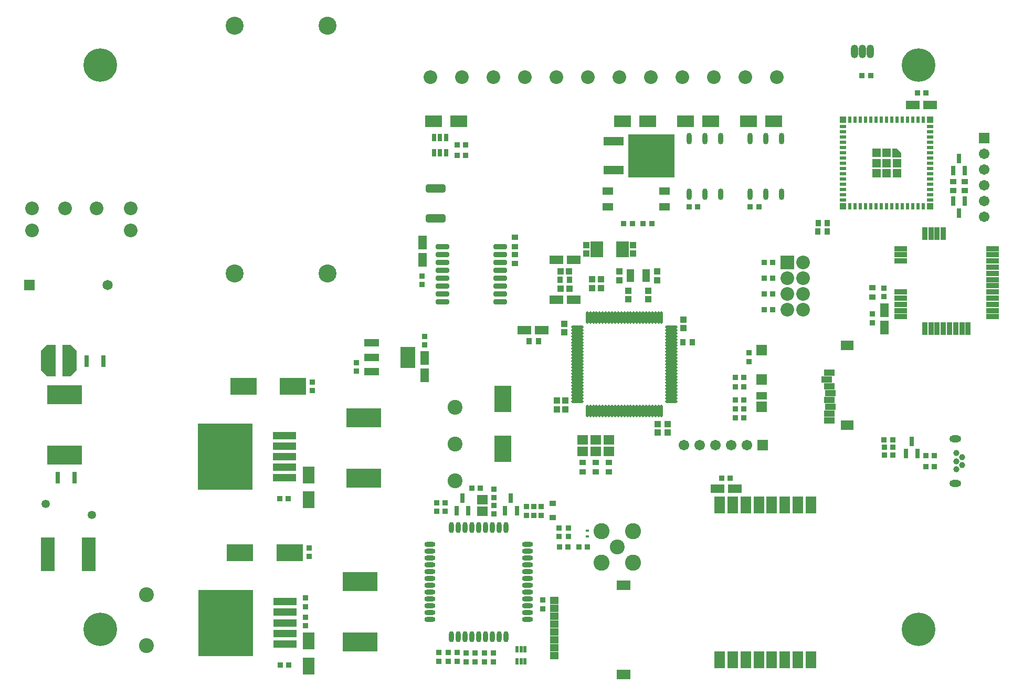
<source format=gts>
G04*
G04 #@! TF.GenerationSoftware,Altium Limited,Altium Designer,21.8.1 (53)*
G04*
G04 Layer_Color=8388736*
%FSLAX25Y25*%
%MOIN*%
G70*
G04*
G04 #@! TF.SameCoordinates,C8D47062-8F1F-4A6C-B0F1-C45CC90B983E*
G04*
G04*
G04 #@! TF.FilePolarity,Negative*
G04*
G01*
G75*
%ADD53R,0.06500X0.05100*%
%ADD57R,0.01965X0.01781*%
%ADD73R,0.05524X0.04737*%
%ADD74R,0.08674X0.06115*%
%ADD75R,0.07887X0.03556*%
%ADD76R,0.03556X0.07887*%
%ADD77R,0.09265X0.13595*%
%ADD78R,0.09265X0.04540*%
%ADD79R,0.03800X0.03800*%
%ADD80R,0.05524X0.08674*%
%ADD81R,0.08674X0.05524*%
%ADD82R,0.03556X0.04343*%
%ADD83R,0.03800X0.03800*%
G04:AMPARAMS|DCode=84|XSize=88.71mil|YSize=31.23mil|CornerRadius=6.9mil|HoleSize=0mil|Usage=FLASHONLY|Rotation=0.000|XOffset=0mil|YOffset=0mil|HoleType=Round|Shape=RoundedRectangle|*
%AMROUNDEDRECTD84*
21,1,0.08871,0.01742,0,0,0.0*
21,1,0.07490,0.03123,0,0,0.0*
1,1,0.01381,0.03745,-0.00871*
1,1,0.01381,-0.03745,-0.00871*
1,1,0.01381,-0.03745,0.00871*
1,1,0.01381,0.03745,0.00871*
%
%ADD84ROUNDEDRECTD84*%
%ADD85R,0.04343X0.03556*%
%ADD86R,0.04343X0.03950*%
%ADD87R,0.05131X0.08280*%
%ADD88R,0.03950X0.03950*%
%ADD89R,0.05524X0.05524*%
%ADD90R,0.03950X0.02375*%
%ADD91R,0.02375X0.03950*%
%ADD92R,0.03162X0.05918*%
%ADD93R,0.06706X0.05918*%
%ADD94R,0.03950X0.04343*%
%ADD95R,0.08280X0.10249*%
%ADD96O,0.01981X0.07887*%
%ADD97O,0.07887X0.01981*%
%ADD98R,0.06706X0.03950*%
%ADD99R,0.08280X0.06312*%
%ADD100R,0.06706X0.07099*%
%ADD101R,0.06706X0.06706*%
%ADD102R,0.06706X0.04737*%
%ADD103R,0.12808X0.05721*%
%ADD104R,0.29540X0.27572*%
%ADD105R,0.10642X0.07493*%
%ADD106O,0.03359X0.07296*%
%ADD107R,0.04068X0.03280*%
%ADD108R,0.02375X0.04147*%
%ADD109R,0.34658X0.42139*%
%ADD110R,0.14580X0.05131*%
%ADD111R,0.07493X0.10642*%
%ADD112R,0.22060X0.12217*%
%ADD113R,0.05524X0.20091*%
%ADD114R,0.03162X0.07493*%
%ADD115R,0.08674X0.21666*%
%ADD116R,0.03162X0.04737*%
%ADD117R,0.16548X0.10642*%
%ADD118R,0.10642X0.16548*%
G04:AMPARAMS|DCode=119|XSize=55.24mil|YSize=126.11mil|CornerRadius=15.81mil|HoleSize=0mil|Usage=FLASHONLY|Rotation=270.000|XOffset=0mil|YOffset=0mil|HoleType=Round|Shape=RoundedRectangle|*
%AMROUNDEDRECTD119*
21,1,0.05524,0.09449,0,0,270.0*
21,1,0.02362,0.12611,0,0,270.0*
1,1,0.03162,-0.04724,-0.01181*
1,1,0.03162,-0.04724,0.01181*
1,1,0.03162,0.04724,0.01181*
1,1,0.03162,0.04724,-0.01181*
%
%ADD119ROUNDEDRECTD119*%
%ADD120R,0.06706X0.10642*%
%ADD121O,0.03162X0.07099*%
%ADD122O,0.07099X0.03162*%
%ADD123C,0.06706*%
%ADD124C,0.08674*%
%ADD125R,0.08674X0.08674*%
%ADD126C,0.03950*%
%ADD127O,0.07493X0.04343*%
%ADD128O,0.04737X0.08674*%
%ADD129C,0.09461*%
%ADD130C,0.10249*%
%ADD131R,0.06500X0.06500*%
%ADD132C,0.06500*%
%ADD133C,0.05300*%
%ADD134C,0.21272*%
%ADD135C,0.11430*%
%ADD136R,0.06706X0.06706*%
G36*
X-37661Y164384D02*
X-33887Y160610D01*
X-28606D01*
Y180689D01*
X-33887D01*
X-37661Y176915D01*
Y164384D01*
D02*
G37*
G36*
X-15220Y176915D02*
X-18994Y180689D01*
X-24275D01*
Y160610D01*
X-18994D01*
X-15220Y164384D01*
Y176915D01*
D02*
G37*
G36*
X502982Y299794D02*
Y305306D01*
X505935D01*
X508494Y302746D01*
Y299794D01*
X502982D01*
D02*
G37*
D53*
X358051Y268402D02*
D03*
Y278402D02*
D03*
X322151D02*
D03*
Y268402D02*
D03*
D57*
X309333Y59061D02*
D03*
Y62614D02*
D03*
D73*
X288138Y18167D02*
D03*
Y8167D02*
D03*
Y-1833D02*
D03*
Y-11833D02*
D03*
Y13167D02*
D03*
Y3167D02*
D03*
Y-6833D02*
D03*
Y-16833D02*
D03*
D74*
X332232Y-28762D02*
D03*
Y27931D02*
D03*
D75*
X566372Y198512D02*
D03*
X566372Y202449D02*
D03*
X566372Y206386D02*
D03*
X566372Y210323D02*
D03*
X566372Y214260D02*
D03*
X566372Y218197D02*
D03*
X566372Y222134D02*
D03*
X566372Y226071D02*
D03*
X566372Y230008D02*
D03*
X566372Y233945D02*
D03*
X566372Y237882D02*
D03*
X566372Y241819D02*
D03*
X508104Y198512D02*
D03*
X508104Y202449D02*
D03*
X508104Y206386D02*
D03*
X508104Y210323D02*
D03*
X508104Y214260D02*
D03*
X508104Y233945D02*
D03*
X508104Y237882D02*
D03*
X508104Y241819D02*
D03*
D76*
X523458Y191032D02*
D03*
X527395D02*
D03*
X531332D02*
D03*
X535269D02*
D03*
X539206D02*
D03*
X543143D02*
D03*
X547080D02*
D03*
X551017D02*
D03*
X523458Y251268D02*
D03*
X527395D02*
D03*
X531332D02*
D03*
X535269D02*
D03*
D77*
X195100Y172800D02*
D03*
D78*
X172265Y163745D02*
D03*
Y172800D02*
D03*
Y181855D02*
D03*
D79*
X205747Y186068D02*
D03*
Y180568D02*
D03*
X490238Y200290D02*
D03*
Y194790D02*
D03*
X497638Y211250D02*
D03*
Y216750D02*
D03*
X411838Y170099D02*
D03*
Y175600D02*
D03*
X243703Y-20512D02*
D03*
Y-15012D02*
D03*
X232315Y-20512D02*
D03*
Y-15012D02*
D03*
X220926Y-20262D02*
D03*
Y-14762D02*
D03*
X214933Y-20263D02*
D03*
Y-14763D02*
D03*
X226620Y-20263D02*
D03*
Y-14763D02*
D03*
X238009Y-20513D02*
D03*
Y-15013D02*
D03*
X249397D02*
D03*
Y-20513D02*
D03*
X218942Y80488D02*
D03*
Y74988D02*
D03*
X213445Y80438D02*
D03*
Y74938D02*
D03*
X280732Y18588D02*
D03*
Y13088D02*
D03*
X249706Y78788D02*
D03*
Y73288D02*
D03*
Y89010D02*
D03*
Y83510D02*
D03*
X132492Y46265D02*
D03*
Y51765D02*
D03*
X130048Y19894D02*
D03*
Y14394D02*
D03*
Y2173D02*
D03*
Y7673D02*
D03*
X162600Y163850D02*
D03*
Y169350D02*
D03*
X204324Y218913D02*
D03*
Y224413D02*
D03*
X297118Y64333D02*
D03*
Y58833D02*
D03*
X291232Y64333D02*
D03*
Y58833D02*
D03*
X275088Y72410D02*
D03*
Y77910D02*
D03*
X279786Y72410D02*
D03*
Y77910D02*
D03*
X270390Y72410D02*
D03*
Y77910D02*
D03*
X134446Y151499D02*
D03*
Y156999D02*
D03*
D80*
X205747Y161462D02*
D03*
Y172486D02*
D03*
X204423Y234655D02*
D03*
Y245679D02*
D03*
X497862Y202761D02*
D03*
Y191738D02*
D03*
D81*
X269162Y189989D02*
D03*
X280186D02*
D03*
X289640Y234592D02*
D03*
X300664D02*
D03*
X515826Y333050D02*
D03*
X526850D02*
D03*
X300664Y209350D02*
D03*
X289640D02*
D03*
X391826Y89388D02*
D03*
X402850D02*
D03*
D82*
X278091Y182847D02*
D03*
X272185D02*
D03*
X455685Y252537D02*
D03*
X461591D02*
D03*
X455785Y258050D02*
D03*
X461691D02*
D03*
X291888Y221950D02*
D03*
X297794D02*
D03*
X369943Y182360D02*
D03*
X375849D02*
D03*
D83*
X231987Y300939D02*
D03*
X226487D02*
D03*
X226488Y307650D02*
D03*
X231988D02*
D03*
X344573Y257597D02*
D03*
X350073D02*
D03*
X337852Y257597D02*
D03*
X332352D02*
D03*
X426899Y232950D02*
D03*
X421399D02*
D03*
X426899Y222949D02*
D03*
X421399D02*
D03*
X426899Y212949D02*
D03*
X421399D02*
D03*
X426899Y202950D02*
D03*
X421399D02*
D03*
X524288Y340673D02*
D03*
X518788D02*
D03*
X529567Y110191D02*
D03*
X524067D02*
D03*
X529567Y103481D02*
D03*
X524067D02*
D03*
X503167Y120201D02*
D03*
X497668D02*
D03*
X497725Y115491D02*
D03*
X503225D02*
D03*
X503226Y110781D02*
D03*
X497725D02*
D03*
X408676Y140019D02*
D03*
X403176D02*
D03*
X408588Y145649D02*
D03*
X403088D02*
D03*
X408588Y153833D02*
D03*
X403088D02*
D03*
X394388Y96012D02*
D03*
X399888D02*
D03*
X408588Y159836D02*
D03*
X403088D02*
D03*
X408676Y134389D02*
D03*
X403176D02*
D03*
X379301Y268439D02*
D03*
X373801D02*
D03*
X412601D02*
D03*
X418101D02*
D03*
X483688Y351550D02*
D03*
X489188D02*
D03*
X296982Y52341D02*
D03*
X291482D02*
D03*
X309333D02*
D03*
X303833D02*
D03*
X241297Y89509D02*
D03*
X235797D02*
D03*
X113829Y83015D02*
D03*
X119329D02*
D03*
X114055Y-22585D02*
D03*
X119555D02*
D03*
D84*
X253754Y243100D02*
D03*
Y238100D02*
D03*
Y233100D02*
D03*
Y228100D02*
D03*
Y223100D02*
D03*
Y218100D02*
D03*
Y213100D02*
D03*
Y208100D02*
D03*
X217100D02*
D03*
Y213100D02*
D03*
Y218100D02*
D03*
Y223100D02*
D03*
Y228100D02*
D03*
Y233100D02*
D03*
Y238100D02*
D03*
Y243100D02*
D03*
D85*
X263200Y248853D02*
D03*
Y242947D02*
D03*
X263200Y232247D02*
D03*
Y238153D02*
D03*
X541445Y284402D02*
D03*
Y278497D02*
D03*
X548925Y278497D02*
D03*
Y284402D02*
D03*
X490238Y216902D02*
D03*
Y210997D02*
D03*
X306178Y100070D02*
D03*
Y105975D02*
D03*
X314458Y100070D02*
D03*
Y105975D02*
D03*
X322739Y100070D02*
D03*
Y105975D02*
D03*
D86*
X317713Y216644D02*
D03*
Y222156D02*
D03*
X338338Y244104D02*
D03*
Y238593D02*
D03*
X329493Y227306D02*
D03*
Y221794D02*
D03*
X347838Y215106D02*
D03*
Y209594D02*
D03*
X353606Y221680D02*
D03*
Y227191D02*
D03*
X370337Y196805D02*
D03*
Y191294D02*
D03*
X294638Y188494D02*
D03*
Y194005D02*
D03*
X353725Y130405D02*
D03*
Y124894D02*
D03*
X360238Y130447D02*
D03*
Y124935D02*
D03*
X335238Y209594D02*
D03*
Y215106D02*
D03*
X312200Y216644D02*
D03*
Y222156D02*
D03*
X308462Y238593D02*
D03*
Y244104D02*
D03*
D87*
X336616Y224550D02*
D03*
X346459D02*
D03*
D88*
X526801Y323613D02*
D03*
Y268495D02*
D03*
X471683D02*
D03*
Y323613D02*
D03*
D89*
X505738Y296054D02*
D03*
Y289558D02*
D03*
X499242D02*
D03*
X492746D02*
D03*
Y296054D02*
D03*
X499242Y302550D02*
D03*
X492746D02*
D03*
X499242Y296054D02*
D03*
D90*
X526801Y319479D02*
D03*
Y316132D02*
D03*
Y312786D02*
D03*
Y309439D02*
D03*
Y306093D02*
D03*
Y302746D02*
D03*
Y299400D02*
D03*
Y296054D02*
D03*
Y292707D02*
D03*
Y289361D02*
D03*
Y286014D02*
D03*
Y282668D02*
D03*
Y279321D02*
D03*
Y275975D02*
D03*
Y272628D02*
D03*
X471683D02*
D03*
Y275975D02*
D03*
Y279321D02*
D03*
Y282668D02*
D03*
Y286014D02*
D03*
Y289361D02*
D03*
Y292707D02*
D03*
Y296054D02*
D03*
Y299400D02*
D03*
Y302746D02*
D03*
Y306093D02*
D03*
Y309439D02*
D03*
Y312786D02*
D03*
Y316132D02*
D03*
Y319479D02*
D03*
D91*
X522667Y268495D02*
D03*
X519320D02*
D03*
X515974D02*
D03*
X512628D02*
D03*
X509281D02*
D03*
X505935D02*
D03*
X502588D02*
D03*
X499242D02*
D03*
X495895D02*
D03*
X492549D02*
D03*
X489202D02*
D03*
X485856D02*
D03*
X482510D02*
D03*
X479163D02*
D03*
X475817D02*
D03*
Y323613D02*
D03*
X479163D02*
D03*
X482510D02*
D03*
X485856D02*
D03*
X489202D02*
D03*
X492549D02*
D03*
X495895D02*
D03*
X499242D02*
D03*
X502588D02*
D03*
X505935D02*
D03*
X509281D02*
D03*
X512628D02*
D03*
X515974D02*
D03*
X519320D02*
D03*
X522667D02*
D03*
D92*
X548925Y272098D02*
D03*
X541445D02*
D03*
X545185Y264224D02*
D03*
X541445Y291201D02*
D03*
X548925D02*
D03*
X545185Y299075D02*
D03*
X511417Y111555D02*
D03*
X518897D02*
D03*
X515157Y119429D02*
D03*
X226128Y75483D02*
D03*
X233608D02*
D03*
X229868Y83357D02*
D03*
X256892Y75283D02*
D03*
X264373D02*
D03*
X260632Y83157D02*
D03*
D93*
X306178Y120346D02*
D03*
Y112866D02*
D03*
X314458Y120346D02*
D03*
Y112866D02*
D03*
X322739Y120346D02*
D03*
Y112866D02*
D03*
X242432Y74938D02*
D03*
Y82418D02*
D03*
D94*
X297794Y216437D02*
D03*
X292282D02*
D03*
X297694Y227463D02*
D03*
X292182D02*
D03*
X295335Y145240D02*
D03*
X289824D02*
D03*
X295295Y139727D02*
D03*
X289783D02*
D03*
D95*
X331470Y241362D02*
D03*
X315329D02*
D03*
D96*
X356360Y198074D02*
D03*
X354391D02*
D03*
X352423D02*
D03*
X350454D02*
D03*
X348486D02*
D03*
X346517D02*
D03*
X344549D02*
D03*
X342580D02*
D03*
X340612D02*
D03*
X338643D02*
D03*
X336675D02*
D03*
X334706D02*
D03*
X332738D02*
D03*
X330769D02*
D03*
X328801D02*
D03*
X326832D02*
D03*
X324864D02*
D03*
X322895D02*
D03*
X320927D02*
D03*
X318958D02*
D03*
X316990D02*
D03*
X315021D02*
D03*
X313053D02*
D03*
X311084D02*
D03*
X309116D02*
D03*
Y138625D02*
D03*
X311084D02*
D03*
X313053D02*
D03*
X315021D02*
D03*
X316990D02*
D03*
X318958D02*
D03*
X320927D02*
D03*
X322895D02*
D03*
X324864D02*
D03*
X326832D02*
D03*
X328801D02*
D03*
X330769D02*
D03*
X332738D02*
D03*
X334706D02*
D03*
X336675D02*
D03*
X338643D02*
D03*
X340612D02*
D03*
X342580D02*
D03*
X344549D02*
D03*
X346517D02*
D03*
X348486D02*
D03*
X350454D02*
D03*
X352423D02*
D03*
X354391D02*
D03*
X356360D02*
D03*
D97*
X303013Y191972D02*
D03*
Y190003D02*
D03*
Y188034D02*
D03*
Y186066D02*
D03*
Y184098D02*
D03*
Y182129D02*
D03*
Y180160D02*
D03*
Y178192D02*
D03*
Y176224D02*
D03*
Y174255D02*
D03*
Y172286D02*
D03*
Y170318D02*
D03*
Y168350D02*
D03*
Y166381D02*
D03*
Y164412D02*
D03*
Y162444D02*
D03*
Y160476D02*
D03*
Y158507D02*
D03*
Y156538D02*
D03*
Y154570D02*
D03*
Y152602D02*
D03*
Y150633D02*
D03*
Y148664D02*
D03*
Y146696D02*
D03*
Y144728D02*
D03*
X362462D02*
D03*
Y146696D02*
D03*
Y148664D02*
D03*
Y150633D02*
D03*
Y152602D02*
D03*
Y154570D02*
D03*
Y156538D02*
D03*
Y158507D02*
D03*
Y160476D02*
D03*
Y162444D02*
D03*
Y164412D02*
D03*
Y166381D02*
D03*
Y168350D02*
D03*
Y170318D02*
D03*
Y172286D02*
D03*
Y174255D02*
D03*
Y176224D02*
D03*
Y178192D02*
D03*
Y180160D02*
D03*
Y182129D02*
D03*
Y184098D02*
D03*
Y186066D02*
D03*
Y188034D02*
D03*
Y190003D02*
D03*
Y191972D02*
D03*
D98*
X462888Y132739D02*
D03*
Y137070D02*
D03*
X463676Y141401D02*
D03*
X462888Y145731D02*
D03*
X463676Y150062D02*
D03*
X462888Y154393D02*
D03*
X461314Y158723D02*
D03*
X462888Y163054D02*
D03*
D99*
X474109Y129629D02*
D03*
Y180416D02*
D03*
D100*
X419975Y141243D02*
D03*
Y177463D02*
D03*
D101*
Y158566D02*
D03*
X561238Y311950D02*
D03*
D102*
X419975Y148330D02*
D03*
D103*
X326009Y309838D02*
D03*
Y291806D02*
D03*
D104*
X350025Y300822D02*
D03*
D105*
X331656Y322650D02*
D03*
X347404D02*
D03*
X371666D02*
D03*
X387414D02*
D03*
X411676D02*
D03*
X427424D02*
D03*
X211651D02*
D03*
X227399D02*
D03*
D106*
X393801Y311511D02*
D03*
X383801D02*
D03*
X373801D02*
D03*
X393801Y276275D02*
D03*
X383801D02*
D03*
X373801D02*
D03*
X432601Y311511D02*
D03*
X422601D02*
D03*
X412601D02*
D03*
X432601Y276275D02*
D03*
X422601D02*
D03*
X412601D02*
D03*
D107*
X287256Y71048D02*
D03*
Y79828D02*
D03*
D108*
X264573Y-12722D02*
D03*
Y-20202D02*
D03*
X267132D02*
D03*
X269691D02*
D03*
Y-12722D02*
D03*
X267132D02*
D03*
D109*
X79539Y4150D02*
D03*
X79245Y109749D02*
D03*
D110*
X117138Y17535D02*
D03*
Y10842D02*
D03*
Y4150D02*
D03*
Y-2543D02*
D03*
Y-9236D02*
D03*
X116843Y123135D02*
D03*
Y116442D02*
D03*
Y109749D02*
D03*
Y103056D02*
D03*
Y96363D02*
D03*
D111*
X132161Y-23229D02*
D03*
Y-7481D02*
D03*
X132100Y82375D02*
D03*
Y98123D02*
D03*
D112*
X167138Y134339D02*
D03*
Y96150D02*
D03*
X164954Y30239D02*
D03*
Y-7950D02*
D03*
X-22701Y148979D02*
D03*
Y110790D02*
D03*
D113*
X-31362Y170650D02*
D03*
X-21520D02*
D03*
D114*
X-8704Y170338D02*
D03*
X2021D02*
D03*
X-16500Y96322D02*
D03*
X-27224D02*
D03*
D115*
X-33354Y47650D02*
D03*
X-7370D02*
D03*
D116*
X211898Y312397D02*
D03*
X219378D02*
D03*
Y302554D02*
D03*
X215638D02*
D03*
X211898D02*
D03*
X215638Y312397D02*
D03*
D117*
X120189Y48655D02*
D03*
X88693D02*
D03*
X122272Y154254D02*
D03*
X90776D02*
D03*
D118*
X255438Y146298D02*
D03*
Y114802D02*
D03*
D119*
X212796Y260936D02*
D03*
Y279834D02*
D03*
D120*
X451163Y-19464D02*
D03*
X442895D02*
D03*
X434627D02*
D03*
X426359D02*
D03*
X418092D02*
D03*
X409824D02*
D03*
X401556D02*
D03*
X393289D02*
D03*
Y78961D02*
D03*
X401556D02*
D03*
X409824D02*
D03*
X418092D02*
D03*
X426359D02*
D03*
X434627D02*
D03*
X442895D02*
D03*
X451163D02*
D03*
D121*
X240232Y-4554D02*
D03*
X235902D02*
D03*
X231571D02*
D03*
X227240D02*
D03*
X222910D02*
D03*
X257555D02*
D03*
X253224D02*
D03*
X248894D02*
D03*
X244563D02*
D03*
X240232Y64738D02*
D03*
X235902D02*
D03*
X231571D02*
D03*
X227240D02*
D03*
X222910D02*
D03*
X257555D02*
D03*
X253224D02*
D03*
X248894D02*
D03*
X244563D02*
D03*
D122*
X209327Y32257D02*
D03*
Y27927D02*
D03*
Y36588D02*
D03*
Y40919D02*
D03*
Y45250D02*
D03*
Y49580D02*
D03*
Y53911D02*
D03*
Y6273D02*
D03*
Y10604D02*
D03*
Y14935D02*
D03*
Y19265D02*
D03*
Y23596D02*
D03*
X271138Y32257D02*
D03*
Y27927D02*
D03*
Y36588D02*
D03*
Y40919D02*
D03*
Y45250D02*
D03*
Y49580D02*
D03*
Y6273D02*
D03*
Y10604D02*
D03*
Y14935D02*
D03*
Y19265D02*
D03*
Y23596D02*
D03*
Y53911D02*
D03*
D123*
X561238Y261950D02*
D03*
Y271950D02*
D03*
Y281950D02*
D03*
Y291950D02*
D03*
Y301950D02*
D03*
X410438Y116850D02*
D03*
X400438D02*
D03*
X390438D02*
D03*
X380438D02*
D03*
X370438D02*
D03*
D124*
X436138Y222950D02*
D03*
X446138D02*
D03*
Y202950D02*
D03*
Y212949D02*
D03*
Y232949D02*
D03*
X436138Y212949D02*
D03*
Y202950D02*
D03*
X289525Y350718D02*
D03*
X309525D02*
D03*
X389540D02*
D03*
X369540D02*
D03*
X429550D02*
D03*
X409550D02*
D03*
X349530D02*
D03*
X329530D02*
D03*
X229525Y350719D02*
D03*
X209525D02*
D03*
X249525Y350718D02*
D03*
X269525D02*
D03*
X-2362Y267421D02*
D03*
X-22362D02*
D03*
X-43307Y253425D02*
D03*
Y267224D02*
D03*
X19095Y253425D02*
D03*
Y267224D02*
D03*
D125*
X436138Y232949D02*
D03*
D126*
X543401Y111927D02*
D03*
X547338Y109368D02*
D03*
X543401Y106809D02*
D03*
X547338Y104250D02*
D03*
X543401Y101691D02*
D03*
D127*
X542968Y120883D02*
D03*
Y92734D02*
D03*
D128*
X478838Y366983D02*
D03*
X483838D02*
D03*
X488838D02*
D03*
D129*
X29119Y-10472D02*
D03*
Y22047D02*
D03*
X225182Y140945D02*
D03*
Y117638D02*
D03*
Y94331D02*
D03*
X328319Y52342D02*
D03*
D130*
X318319Y42342D02*
D03*
X338319D02*
D03*
X318319Y62342D02*
D03*
X338319D02*
D03*
D131*
X-45082Y218799D02*
D03*
D132*
X4528D02*
D03*
D133*
X-34890Y79736D02*
D03*
X-5362Y72650D02*
D03*
D134*
X519685Y0D02*
D03*
X0D02*
D03*
Y358268D02*
D03*
X519685D02*
D03*
D135*
X144193Y383366D02*
D03*
Y225886D02*
D03*
X85138Y383366D02*
D03*
Y225886D02*
D03*
D136*
X420438Y116850D02*
D03*
M02*

</source>
